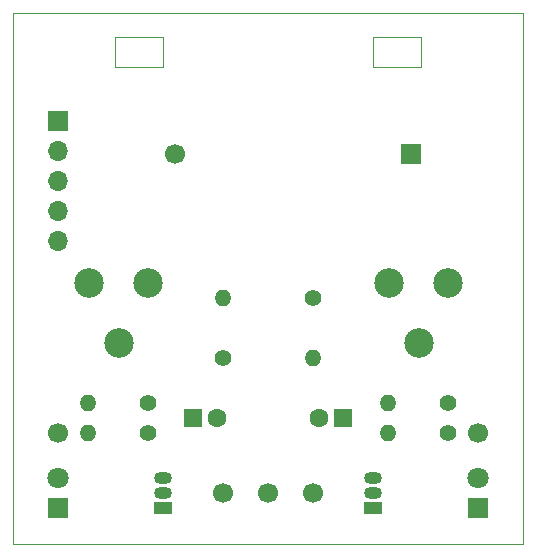
<source format=gbr>
G04 #@! TF.GenerationSoftware,KiCad,Pcbnew,(5.1.9)-1*
G04 #@! TF.CreationDate,2021-08-19T15:30:01-05:00*
G04 #@! TF.ProjectId,astable_dev,61737461-626c-4655-9f64-65762e6b6963,1*
G04 #@! TF.SameCoordinates,Original*
G04 #@! TF.FileFunction,Soldermask,Bot*
G04 #@! TF.FilePolarity,Negative*
%FSLAX46Y46*%
G04 Gerber Fmt 4.6, Leading zero omitted, Abs format (unit mm)*
G04 Created by KiCad (PCBNEW (5.1.9)-1) date 2021-08-19 15:30:01*
%MOMM*%
%LPD*%
G01*
G04 APERTURE LIST*
G04 #@! TA.AperFunction,Profile*
%ADD10C,0.050000*%
G04 #@! TD*
%ADD11R,1.700000X1.700000*%
%ADD12C,1.700000*%
%ADD13R,1.600000X1.600000*%
%ADD14C,1.600000*%
%ADD15C,1.800000*%
%ADD16R,1.800000X1.800000*%
%ADD17O,1.500000X1.050000*%
%ADD18R,1.500000X1.050000*%
%ADD19O,1.400000X1.400000*%
%ADD20C,1.400000*%
%ADD21C,2.500000*%
%ADD22O,1.700000X1.700000*%
G04 APERTURE END LIST*
D10*
X120396000Y-75692000D02*
X124460000Y-75692000D01*
X120396000Y-73152000D02*
X120396000Y-75692000D01*
X124460000Y-75692000D02*
X124460000Y-73152000D01*
X124460000Y-73152000D02*
X120396000Y-73152000D01*
X146304000Y-75692000D02*
X146304000Y-73152000D01*
X142240000Y-75692000D02*
X146304000Y-75692000D01*
X142240000Y-73152000D02*
X142240000Y-75692000D01*
X146304000Y-73152000D02*
X142240000Y-73152000D01*
X111760000Y-116078000D02*
X154940000Y-116078000D01*
X111760000Y-71120000D02*
X111760000Y-116078000D01*
X154940000Y-71120000D02*
X111760000Y-71120000D01*
X154940000Y-116078000D02*
X154940000Y-71120000D01*
D11*
G04 #@! TO.C,BT1*
X145428000Y-83058000D03*
D12*
X125428000Y-83058000D03*
G04 #@! TD*
D13*
G04 #@! TO.C,C1*
X139700000Y-105410000D03*
D14*
X137700000Y-105410000D03*
G04 #@! TD*
G04 #@! TO.C,C2*
X129000000Y-105410000D03*
D13*
X127000000Y-105410000D03*
G04 #@! TD*
D15*
G04 #@! TO.C,D1*
X151130000Y-110490000D03*
D16*
X151130000Y-113030000D03*
G04 #@! TD*
G04 #@! TO.C,D2*
X115570000Y-113030000D03*
D15*
X115570000Y-110490000D03*
G04 #@! TD*
D17*
G04 #@! TO.C,Q1*
X142240000Y-111760000D03*
X142240000Y-110490000D03*
D18*
X142240000Y-113030000D03*
G04 #@! TD*
G04 #@! TO.C,Q2*
X124460000Y-113030000D03*
D17*
X124460000Y-110490000D03*
X124460000Y-111760000D03*
G04 #@! TD*
D19*
G04 #@! TO.C,R1*
X137160000Y-100330000D03*
D20*
X137160000Y-95250000D03*
G04 #@! TD*
G04 #@! TO.C,R2*
X129540000Y-100330000D03*
D19*
X129540000Y-95250000D03*
G04 #@! TD*
D20*
G04 #@! TO.C,R3*
X148590000Y-104140000D03*
D19*
X143510000Y-104140000D03*
G04 #@! TD*
G04 #@! TO.C,R4*
X118110000Y-104140000D03*
D20*
X123190000Y-104140000D03*
G04 #@! TD*
G04 #@! TO.C,R5*
X148590000Y-106680000D03*
D19*
X143510000Y-106680000D03*
G04 #@! TD*
G04 #@! TO.C,R6*
X118110000Y-106680000D03*
D20*
X123190000Y-106680000D03*
G04 #@! TD*
D21*
G04 #@! TO.C,RV1*
X148590000Y-93980000D03*
X143590000Y-93980000D03*
X146090000Y-99020000D03*
G04 #@! TD*
G04 #@! TO.C,RV2*
X120690000Y-99020000D03*
X118190000Y-93980000D03*
X123190000Y-93980000D03*
G04 #@! TD*
D12*
G04 #@! TO.C,TP1*
X151130000Y-106680000D03*
G04 #@! TD*
G04 #@! TO.C,TP2*
X115570000Y-106680000D03*
G04 #@! TD*
G04 #@! TO.C,TP3*
X137160000Y-111760000D03*
G04 #@! TD*
G04 #@! TO.C,TP4*
X129540000Y-111760000D03*
G04 #@! TD*
G04 #@! TO.C,GND*
X133350000Y-111760000D03*
G04 #@! TD*
D22*
G04 #@! TO.C,TPJ1*
X115570000Y-90424000D03*
X115570000Y-87884000D03*
X115570000Y-85344000D03*
X115570000Y-82804000D03*
D11*
X115570000Y-80264000D03*
G04 #@! TD*
M02*

</source>
